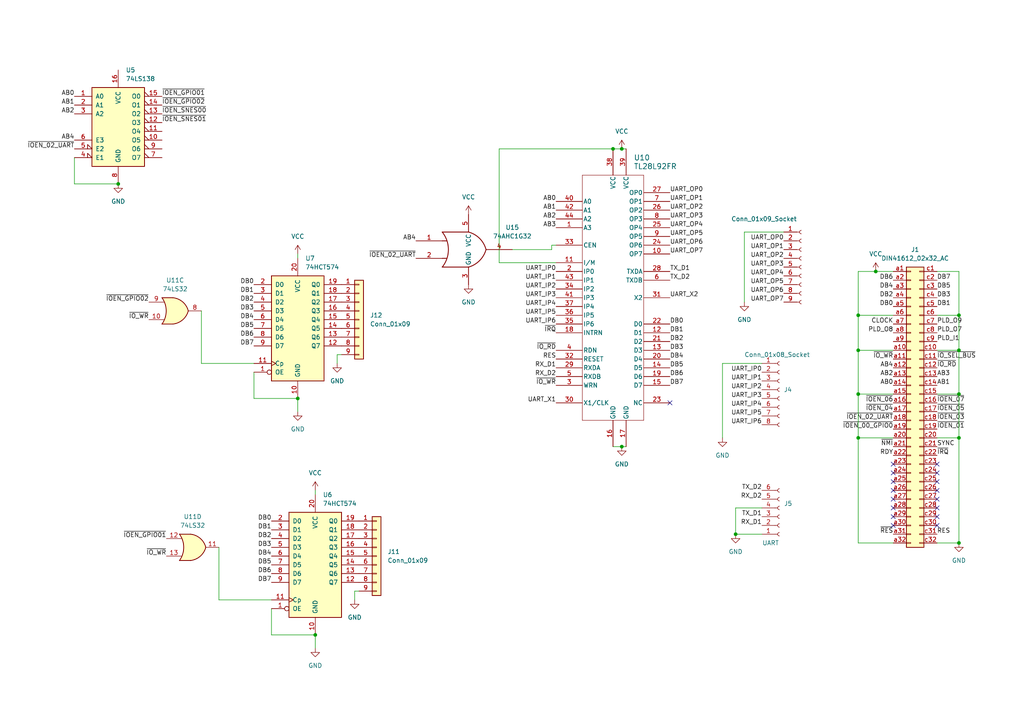
<source format=kicad_sch>
(kicad_sch (version 20250114) (generator "eeschema") (generator_version "9.0")
  (paper "A4")
  (lib_symbols
    (symbol "2024-09-25_17-04-06:TL28L92FR" (pin_names (offset 0.254))
      (property "Reference" "U" (at 29.21 12.7 0))
      (property "Value" "TL28L92FR" (at 30.48 10.16 0))
      (symbol "TL28L92FR_1_1"
        (polyline (pts (xy 7.62 7.62) (xy 7.62 -63.5)) (stroke (width 0.127)))
        (polyline (pts (xy 7.62 -63.5) (xy 25.4 -63.5)) (stroke (width 0.127)))
        (polyline (pts (xy 25.4 7.62) (xy 7.62 7.62)) (stroke (width 0.127)))
        (polyline (pts (xy 25.4 -63.5) (xy 25.4 7.62)) (stroke (width 0.127)))
        (pin input line (at 0 0 0) (length 7.62) (name "A0") (number "40"))
        (pin input line (at 0 -2.54 0) (length 7.62) (name "A1") (number "42"))
        (pin input line (at 0 -5.08 0) (length 7.62) (name "A2") (number "44"))
        (pin input line (at 0 -7.62 0) (length 7.62) (name "A3") (number "1"))
        (pin input line (at 0 -12.7 0) (length 7.62) (name "CEN") (number "33"))
        (pin input line (at 0 -17.78 0) (length 7.62) (name "I/M") (number "11"))
        (pin input line (at 0 -20.32 0) (length 7.62) (name "IP0") (number "2"))
        (pin input line (at 0 -22.86 0) (length 7.62) (name "IP1") (number "43"))
        (pin input line (at 0 -25.4 0) (length 7.62) (name "IP2") (number "34"))
        (pin input line (at 0 -27.94 0) (length 7.62) (name "IP3") (number "41"))
        (pin input line (at 0 -30.48 0) (length 7.62) (name "IP4") (number "37"))
        (pin input line (at 0 -33.02 0) (length 7.62) (name "IP5") (number "36"))
        (pin input line (at 0 -35.56 0) (length 7.62) (name "IP6") (number "35"))
        (pin output line (at 0 -38.1 0) (length 7.62) (name "INTRN") (number "18"))
        (pin input line (at 0 -43.18 0) (length 7.62) (name "RDN") (number "4"))
        (pin input line (at 0 -45.72 0) (length 7.62) (name "RESET") (number "32"))
        (pin input line (at 0 -48.26 0) (length 7.62) (name "RXDA") (number "29"))
        (pin input line (at 0 -50.8 0) (length 7.62) (name "RXDB") (number "5"))
        (pin input line (at 0 -53.34 0) (length 7.62) (name "WRN") (number "3"))
        (pin input line (at 0 -58.42 0) (length 7.62) (name "X1/CLK") (number "30"))
        (pin power_in line (at 16.51 15.24 270) (length 7.62) (name "VCC") (number "38"))
        (pin power_in line (at 16.51 -71.12 90) (length 7.62) (name "GND") (number "16"))
        (pin power_in line (at 20.32 15.24 270) (length 7.62) (name "VCC") (number "39"))
        (pin power_in line (at 20.32 -71.12 90) (length 7.62) (name "GND") (number "17"))
        (pin output line (at 33.02 2.54 180) (length 7.62) (name "OP0") (number "27"))
        (pin output line (at 33.02 0 180) (length 7.62) (name "OP1") (number "7"))
        (pin output line (at 33.02 -2.54 180) (length 7.62) (name "OP2") (number "26"))
        (pin output line (at 33.02 -5.08 180) (length 7.62) (name "OP3") (number "8"))
        (pin output line (at 33.02 -7.62 180) (length 7.62) (name "OP4") (number "25"))
        (pin output line (at 33.02 -10.16 180) (length 7.62) (name "OP5") (number "9"))
        (pin output line (at 33.02 -12.7 180) (length 7.62) (name "OP6") (number "24"))
        (pin output line (at 33.02 -15.24 180) (length 7.62) (name "OP7") (number "10"))
        (pin output line (at 33.02 -20.32 180) (length 7.62) (name "TXDA") (number "28"))
        (pin output line (at 33.02 -22.86 180) (length 7.62) (name "TXDB") (number "6"))
        (pin output line (at 33.02 -27.94 180) (length 7.62) (name "X2") (number "31"))
        (pin bidirectional line (at 33.02 -35.56 180) (length 7.62) (name "D0") (number "22"))
        (pin bidirectional line (at 33.02 -38.1 180) (length 7.62) (name "D1") (number "12"))
        (pin bidirectional line (at 33.02 -40.64 180) (length 7.62) (name "D2") (number "21"))
        (pin bidirectional line (at 33.02 -43.18 180) (length 7.62) (name "D3") (number "13"))
        (pin bidirectional line (at 33.02 -45.72 180) (length 7.62) (name "D4") (number "20"))
        (pin bidirectional line (at 33.02 -48.26 180) (length 7.62) (name "D5") (number "14"))
        (pin bidirectional line (at 33.02 -50.8 180) (length 7.62) (name "D6") (number "19"))
        (pin bidirectional line (at 33.02 -53.34 180) (length 7.62) (name "D7") (number "15"))
        (pin unspecified line (at 33.02 -58.42 180) (length 7.62) (name "NC") (number "23"))
      )
    )
    (symbol "74xGxx:74AHC1G32"
      (property "Reference" "U" (at -2.54 3.81 0))
      (property "Value" "74AHC1G32" (at 0 -3.81 0))
      (symbol "74AHC1G32_0_1"
        (arc (start -7.62 5.08) (mid -5.838 0) (end -7.62 -5.08) (stroke (width 0.254)))
        (polyline (pts (xy -7.62 2.54) (xy -6.35 2.54)) (stroke (width 0.254)) (fill (type background)))
        (polyline (pts (xy -7.62 -2.54) (xy -6.35 -2.54)) (stroke (width 0.254)) (fill (type background)))
        (arc (start 5.08 0) (mid 3.202 -3.202) (end 0 -5.08) (stroke (width 0.254)))
        (arc (start 0 5.08) (mid 3.2271 3.2271) (end 5.08 0) (stroke (width 0.254)))
        (polyline (pts (xy 0 5.08) (xy -7.62 5.08)) (stroke (width 0.254)) (fill (type background)))
        (polyline (pts (xy 0 -5.08) (xy -7.62 -5.08)) (stroke (width 0.254)) (fill (type background)))
      )
      (symbol "74AHC1G32_1_1"
        (pin input line (at -15.24 2.54 0) (length 7.62) (name "~") (number "1"))
        (pin input line (at -15.24 -2.54 0) (length 7.62) (name "~") (number "2"))
        (pin power_in line (at 0 10.16 270) (length 5.08) (name "VCC") (number "5"))
        (pin power_in line (at 0 -10.16 90) (length 5.08) (name "GND") (number "3"))
        (pin output line (at 12.7 0 180) (length 7.62) (name "~") (number "4"))
      )
    )
    (symbol "74xx:74HC595"
      (property "Reference" "U" (at -7.62 13.97 0))
      (property "Value" "74HC595" (at -7.62 -16.51 0))
      (symbol "74HC595_1_0"
        (pin input line (at -10.16 10.16 0) (length 2.54) (name "SER") (number "14"))
        (pin input line (at -10.16 5.08 0) (length 2.54) (name "SRCLK") (number "11"))
        (pin input line (at -10.16 2.54 0) (length 2.54) (name "~{SRCLR}") (number "10"))
        (pin input line (at -10.16 -2.54 0) (length 2.54) (name "RCLK") (number "12"))
        (pin input line (at -10.16 -5.08 0) (length 2.54) (name "~{OE}") (number "13"))
        (pin power_in line (at 0 15.24 270) (length 2.54) (name "VCC") (number "16"))
        (pin power_in line (at 0 -17.78 90) (length 2.54) (name "GND") (number "8"))
        (pin tri_state line (at 10.16 10.16 180) (length 2.54) (name "QA") (number "15"))
        (pin tri_state line (at 10.16 7.62 180) (length 2.54) (name "QB") (number "1"))
        (pin tri_state line (at 10.16 5.08 180) (length 2.54) (name "QC") (number "2"))
        (pin tri_state line (at 10.16 2.54 180) (length 2.54) (name "QD") (number "3"))
        (pin tri_state line (at 10.16 0 180) (length 2.54) (name "QE") (number "4"))
        (pin tri_state line (at 10.16 -2.54 180) (length 2.54) (name "QF") (number "5"))
        (pin tri_state line (at 10.16 -5.08 180) (length 2.54) (name "QG") (number "6"))
        (pin tri_state line (at 10.16 -7.62 180) (length 2.54) (name "QH") (number "7"))
        (pin output line (at 10.16 -12.7 180) (length 2.54) (name "QH'") (number "9"))
      )
      (symbol "74HC595_1_1"
        (rectangle (start -7.62 12.7) (end 7.62 -15.24) (stroke (width 0.254)) (fill (type background)))
      )
    )
    (symbol "74xx:74HCT574" (pin_names (offset 1.016))
      (property "Reference" "U" (at -7.62 16.51 0))
      (property "Value" "74HCT574" (at -7.62 -16.51 0))
      (symbol "74HCT574_1_0"
        (pin input line (at -12.7 12.7 0) (length 5.08) (name "D0") (number "2"))
        (pin input line (at -12.7 10.16 0) (length 5.08) (name "D1") (number "3"))
        (pin input line (at -12.7 7.62 0) (length 5.08) (name "D2") (number "4"))
        (pin input line (at -12.7 5.08 0) (length 5.08) (name "D3") (number "5"))
        (pin input line (at -12.7 2.54 0) (length 5.08) (name "D4") (number "6"))
        (pin input line (at -12.7 0 0) (length 5.08) (name "D5") (number "7"))
        (pin input line (at -12.7 -2.54 0) (length 5.08) (name "D6") (number "8"))
        (pin input line (at -12.7 -5.08 0) (length 5.08) (name "D7") (number "9"))
        (pin input clock (at -12.7 -10.16 0) (length 5.08) (name "Cp") (number "11"))
        (pin input inverted (at -12.7 -12.7 0) (length 5.08) (name "OE") (number "1"))
        (pin power_in line (at 0 20.32 270) (length 5.08) (name "VCC") (number "20"))
        (pin power_in line (at 0 -20.32 90) (length 5.08) (name "GND") (number "10"))
        (pin tri_state line (at 12.7 12.7 180) (length 5.08) (name "Q0") (number "19"))
        (pin tri_state line (at 12.7 10.16 180) (length 5.08) (name "Q1") (number "18"))
        (pin tri_state line (at 12.7 7.62 180) (length 5.08) (name "Q2") (number "17"))
        (pin tri_state line (at 12.7 5.08 180) (length 5.08) (name "Q3") (number "16"))
        (pin tri_state line (at 12.7 2.54 180) (length 5.08) (name "Q4") (number "15"))
        (pin tri_state line (at 12.7 0 180) (length 5.08) (name "Q5") (number "14"))
        (pin tri_state line (at 12.7 -2.54 180) (length 5.08) (name "Q6") (number "13"))
        (pin tri_state line (at 12.7 -5.08 180) (length 5.08) (name "Q7") (number "12"))
      )
      (symbol "74HCT574_1_1"
        (rectangle (start -7.62 15.24) (end 7.62 -15.24) (stroke (width 0.254)) (fill (type background)))
      )
    )
    (symbol "74xx:74LS138" (pin_names (offset 1.016))
      (property "Reference" "U" (at -7.62 11.43 0))
      (property "Value" "74LS138" (at -7.62 -13.97 0))
      (symbol "74LS138_1_0"
        (pin input line (at -12.7 7.62 0) (length 5.08) (name "A0") (number "1"))
        (pin input line (at -12.7 5.08 0) (length 5.08) (name "A1") (number "2"))
        (pin input line (at -12.7 2.54 0) (length 5.08) (name "A2") (number "3"))
        (pin input line (at -12.7 -5.08 0) (length 5.08) (name "E3") (number "6"))
        (pin input input_low (at -12.7 -7.62 0) (length 5.08) (name "E2") (number "5"))
        (pin input input_low (at -12.7 -10.16 0) (length 5.08) (name "E1") (number "4"))
        (pin power_in line (at 0 15.24 270) (length 5.08) (name "VCC") (number "16"))
        (pin power_in line (at 0 -17.78 90) (length 5.08) (name "GND") (number "8"))
        (pin output output_low (at 12.7 7.62 180) (length 5.08) (name "O0") (number "15"))
        (pin output output_low (at 12.7 5.08 180) (length 5.08) (name "O1") (number "14"))
        (pin output output_low (at 12.7 2.54 180) (length 5.08) (name "O2") (number "13"))
        (pin output output_low (at 12.7 0 180) (length 5.08) (name "O3") (number "12"))
        (pin output output_low (at 12.7 -2.54 180) (length 5.08) (name "O4") (number "11"))
        (pin output output_low (at 12.7 -5.08 180) (length 5.08) (name "O5") (number "10"))
        (pin output output_low (at 12.7 -7.62 180) (length 5.08) (name "O6") (number "9"))
        (pin output output_low (at 12.7 -10.16 180) (length 5.08) (name "O7") (number "7"))
      )
      (symbol "74LS138_1_1"
        (rectangle (start -7.62 10.16) (end 7.62 -12.7) (stroke (width 0.254)) (fill (type background)))
      )
    )
    (symbol "74xx:74LS32" (pin_names (offset 1.016))
      (property "Reference" "U" (at 0 1.27 0))
      (property "Value" "74LS32" (at 0 -1.27 0))
      (symbol "74LS32_1_1"
        (arc (start -3.81 3.81) (mid -2.589 0) (end -3.81 -3.81) (stroke (width 0.254)))
        (polyline (pts (xy -3.81 3.81) (xy -0.635 3.81)) (stroke (width 0.254)) (fill (type background)))
        (polyline (pts (xy -3.81 -3.81) (xy -0.635 -3.81)) (stroke (width 0.254)) (fill (type background)))
        (arc (start 3.81 0) (mid 2.1855 -2.584) (end -0.6096 -3.81) (stroke (width 0.254)) (fill (type background)))
        (arc (start -0.6096 3.81) (mid 2.1928 2.5924) (end 3.81 0) (stroke (width 0.254)) (fill (type background)))
        (polyline (pts (xy -0.635 3.81) (xy -3.81 3.81) (xy -3.81 3.81) (xy -3.556 3.4036) (xy -3.0226 2.2606) (xy -2.6924 1.0414) (xy -2.6162 -0.254) (xy -2.7686 -1.4986) (xy -3.175 -2.7178) (xy -3.81 -3.81) (xy -3.81 -3.81) (xy -0.635 -3.81)) (stroke (width -25.4)) (fill (type background)))
        (pin input line (at -7.62 2.54 0) (length 4.318) (name "~") (number "1"))
        (pin input line (at -7.62 -2.54 0) (length 4.318) (name "~") (number "2"))
        (pin output line (at 7.62 0 180) (length 3.81) (name "~") (number "3"))
      )
      (symbol "74LS32_1_2"
        (arc (start 0 3.81) (mid 3.7934 0) (end 0 -3.81) (stroke (width 0.254)) (fill (type background)))
        (polyline (pts (xy 0 3.81) (xy -3.81 3.81) (xy -3.81 -3.81) (xy 0 -3.81)) (stroke (width 0.254)) (fill (type background)))
        (pin input inverted (at -7.62 2.54 0) (length 3.81) (name "~") (number "1"))
        (pin input inverted (at -7.62 -2.54 0) (length 3.81) (name "~") (number "2"))
        (pin output inverted (at 7.62 0 180) (length 3.81) (name "~") (number "3"))
      )
      (symbol "74LS32_2_1"
        (arc (start -3.81 3.81) (mid -2.589 0) (end -3.81 -3.81) (stroke (width 0.254)))
        (polyline (pts (xy -3.81 3.81) (xy -0.635 3.81)) (stroke (width 0.254)) (fill (type background)))
        (polyline (pts (xy -3.81 -3.81) (xy -0.635 -3.81)) (stroke (width 0.254)) (fill (type background)))
        (arc (start 3.81 0) (mid 2.1855 -2.584) (end -0.6096 -3.81) (stroke (width 0.254)) (fill (type background)))
        (arc (start -0.6096 3.81) (mid 2.1928 2.5924) (end 3.81 0) (stroke (width 0.254)) (fill (type background)))
        (polyline (pts (xy -0.635 3.81) (xy -3.81 3.81) (xy -3.81 3.81) (xy -3.556 3.4036) (xy -3.0226 2.2606) (xy -2.6924 1.0414) (xy -2.6162 -0.254) (xy -2.7686 -1.4986) (xy -3.175 -2.7178) (xy -3.81 -3.81) (xy -3.81 -3.81) (xy -0.635 -3.81)) (stroke (width -25.4)) (fill (type background)))
        (pin input line (at -7.62 2.54 0) (length 4.318) (name "~") (number "4"))
        (pin input line (at -7.62 -2.54 0) (length 4.318) (name "~") (number "5"))
        (pin output line (at 7.62 0 180) (length 3.81) (name "~") (number "6"))
      )
      (symbol "74LS32_2_2"
        (arc (start 0 3.81) (mid 3.7934 0) (end 0 -3.81) (stroke (width 0.254)) (fill (type background)))
        (polyline (pts (xy 0 3.81) (xy -3.81 3.81) (xy -3.81 -3.81) (xy 0 -3.81)) (stroke (width 0.254)) (fill (type background)))
        (pin input inverted (at -7.62 2.54 0) (length 3.81) (name "~") (number "4"))
        (pin input inverted (at -7.62 -2.54 0) (length 3.81) (name "~") (number "5"))
        (pin output inverted (at 7.62 0 180) (length 3.81) (name "~") (number "6"))
      )
      (symbol "74LS32_3_1"
        (arc (start -3.81 3.81) (mid -2.589 0) (end -3.81 -3.81) (stroke (width 0.254)))
        (polyline (pts (xy -3.81 3.81) (xy -0.635 3.81)) (stroke (width 0.254)) (fill (type background)))
        (polyline (pts (xy -3.81 -3.81) (xy -0.635 -3.81)) (stroke (width 0.254)) (fill (type background)))
        (arc (start 3.81 0) (mid 2.1855 -2.584) (end -0.6096 -3.81) (stroke (width 0.254)) (fill (type background)))
        (arc (start -0.6096 3.81) (mid 2.1928 2.5924) (end 3.81 0) (stroke (width 0.254)) (fill (type background)))
        (polyline (pts (xy -0.635 3.81) (xy -3.81 3.81) (xy -3.81 3.81) (xy -3.556 3.4036) (xy -3.0226 2.2606) (xy -2.6924 1.0414) (xy -2.6162 -0.254) (xy -2.7686 -1.4986) (xy -3.175 -2.7178) (xy -3.81 -3.81) (xy -3.81 -3.81) (xy -0.635 -3.81)) (stroke (width -25.4)) (fill (type background)))
        (pin input line (at -7.62 2.54 0) (length 4.318) (name "~") (number "9"))
        (pin input line (at -7.62 -2.54 0) (length 4.318) (name "~") (number "10"))
        (pin output line (at 7.62 0 180) (length 3.81) (name "~") (number "8"))
      )
      (symbol "74LS32_3_2"
        (arc (start 0 3.81) (mid 3.7934 0) (end 0 -3.81) (stroke (width 0.254)) (fill (type background)))
        (polyline (pts (xy 0 3.81) (xy -3.81 3.81) (xy -3.81 -3.81) (xy 0 -3.81)) (stroke (width 0.254)) (fill (type background)))
        (pin input inverted (at -7.62 2.54 0) (length 3.81) (name "~") (number "9"))
        (pin input inverted (at -7.62 -2.54 0) (length 3.81) (name "~") (number "10"))
        (pin output inverted (at 7.62 0 180) (length 3.81) (name "~") (number "8"))
      )
      (symbol "74LS32_4_1"
        (arc (start -3.81 3.81) (mid -2.589 0) (end -3.81 -3.81) (stroke (width 0.254)))
        (polyline (pts (xy -3.81 3.81) (xy -0.635 3.81)) (stroke (width 0.254)) (fill (type background)))
        (polyline (pts (xy -3.81 -3.81) (xy -0.635 -3.81)) (stroke (width 0.254)) (fill (type background)))
        (arc (start 3.81 0) (mid 2.1855 -2.584) (end -0.6096 -3.81) (stroke (width 0.254)) (fill (type background)))
        (arc (start -0.6096 3.81) (mid 2.1928 2.5924) (end 3.81 0) (stroke (width 0.254)) (fill (type background)))
        (polyline (pts (xy -0.635 3.81) (xy -3.81 3.81) (xy -3.81 3.81) (xy -3.556 3.4036) (xy -3.0226 2.2606) (xy -2.6924 1.0414) (xy -2.6162 -0.254) (xy -2.7686 -1.4986) (xy -3.175 -2.7178) (xy -3.81 -3.81) (xy -3.81 -3.81) (xy -0.635 -3.81)) (stroke (width -25.4)) (fill (type background)))
        (pin input line (at -7.62 2.54 0) (length 4.318) (name "~") (number "12"))
        (pin input line (at -7.62 -2.54 0) (length 4.318) (name "~") (number "13"))
        (pin output line (at 7.62 0 180) (length 3.81) (name "~") (number "11"))
      )
      (symbol "74LS32_4_2"
        (arc (start 0 3.81) (mid 3.7934 0) (end 0 -3.81) (stroke (width 0.254)) (fill (type background)))
        (polyline (pts (xy 0 3.81) (xy -3.81 3.81) (xy -3.81 -3.81) (xy 0 -3.81)) (stroke (width 0.254)) (fill (type background)))
        (pin input inverted (at -7.62 2.54 0) (length 3.81) (name "~") (number "12"))
        (pin input inverted (at -7.62 -2.54 0) (length 3.81) (name "~") (number "13"))
        (pin output inverted (at 7.62 0 180) (length 3.81) (name "~") (number "11"))
      )
      (symbol "74LS32_5_0"
        (pin power_in line (at 0 12.7 270) (length 5.08) (name "VCC") (number "14"))
        (pin power_in line (at 0 -12.7 90) (length 5.08) (name "GND") (number "7"))
      )
      (symbol "74LS32_5_1"
        (rectangle (start -5.08 7.62) (end 5.08 -7.62) (stroke (width 0.254)) (fill (type background)))
      )
    )
    (symbol "Connector:Conn_01x06_Socket" (pin_names (offset 1.016) (hide yes))
      (property "Reference" "J" (at 0 7.62 0))
      (property "Value" "Conn_01x06_Socket" (at 0 -10.16 0))
      (symbol "Conn_01x06_Socket_1_1"
        (polyline (pts (xy -1.27 5.08) (xy -0.508 5.08)) (stroke (width 0.1524)))
        (polyline (pts (xy -1.27 2.54) (xy -0.508 2.54)) (stroke (width 0.1524)))
        (polyline (pts (xy -1.27 0) (xy -0.508 0)) (stroke (width 0.1524)))
        (polyline (pts (xy -1.27 -2.54) (xy -0.508 -2.54)) (stroke (width 0.1524)))
        (polyline (pts (xy -1.27 -5.08) (xy -0.508 -5.08)) (stroke (width 0.1524)))
        (polyline (pts (xy -1.27 -7.62) (xy -0.508 -7.62)) (stroke (width 0.1524)))
        (arc (start 0 4.572) (mid -0.5058 5.08) (end 0 5.588) (stroke (width 0.1524)))
        (arc (start 0 2.032) (mid -0.5058 2.54) (end 0 3.048) (stroke (width 0.1524)))
        (arc (start 0 -0.508) (mid -0.5058 0) (end 0 0.508) (stroke (width 0.1524)))
        (arc (start 0 -3.048) (mid -0.5058 -2.54) (end 0 -2.032) (stroke (width 0.1524)))
        (arc (start 0 -5.588) (mid -0.5058 -5.08) (end 0 -4.572) (stroke (width 0.1524)))
        (arc (start 0 -8.128) (mid -0.5058 -7.62) (end 0 -7.112) (stroke (width 0.1524)))
        (pin passive line (at -5.08 5.08 0) (length 3.81) (name "Pin_1") (number "1"))
        (pin passive line (at -5.08 2.54 0) (length 3.81) (name "Pin_2") (number "2"))
        (pin passive line (at -5.08 0 0) (length 3.81) (name "Pin_3") (number "3"))
        (pin passive line (at -5.08 -2.54 0) (length 3.81) (name "Pin_4") (number "4"))
        (pin passive line (at -5.08 -5.08 0) (length 3.81) (name "Pin_5") (number "5"))
        (pin passive line (at -5.08 -7.62 0) (length 3.81) (name "Pin_6") (number "6"))
      )
    )
    (symbol "Connector:Conn_01x08_Socket" (pin_names (offset 1.016) (hide yes))
      (property "Reference" "J" (at 0 10.16 0))
      (property "Value" "Conn_01x08_Socket" (at 0 -12.7 0))
      (symbol "Conn_01x08_Socket_1_1"
        (polyline (pts (xy -1.27 7.62) (xy -0.508 7.62)) (stroke (width 0.1524)))
        (polyline (pts (xy -1.27 5.08) (xy -0.508 5.08)) (stroke (width 0.1524)))
        (polyline (pts (xy -1.27 2.54) (xy -0.508 2.54)) (stroke (width 0.1524)))
        (polyline (pts (xy -1.27 0) (xy -0.508 0)) (stroke (width 0.1524)))
        (polyline (pts (xy -1.27 -2.54) (xy -0.508 -2.54)) (stroke (width 0.1524)))
        (polyline (pts (xy -1.27 -5.08) (xy -0.508 -5.08)) (stroke (width 0.1524)))
        (polyline (pts (xy -1.27 -7.62) (xy -0.508 -7.62)) (stroke (width 0.1524)))
        (polyline (pts (xy -1.27 -10.16) (xy -0.508 -10.16)) (stroke (width 0.1524)))
        (arc (start 0 7.112) (mid -0.5058 7.62) (end 0 8.128) (stroke (width 0.1524)))
        (arc (start 0 4.572) (mid -0.5058 5.08) (end 0 5.588) (stroke (width 0.1524)))
        (arc (start 0 2.032) (mid -0.5058 2.54) (end 0 3.048) (stroke (width 0.1524)))
        (arc (start 0 -0.508) (mid -0.5058 0) (end 0 0.508) (stroke (width 0.1524)))
        (arc (start 0 -3.048) (mid -0.5058 -2.54) (end 0 -2.032) (stroke (width 0.1524)))
        (arc (start 0 -5.588) (mid -0.5058 -5.08) (end 0 -4.572) (stroke (width 0.1524)))
        (arc (start 0 -8.128) (mid -0.5058 -7.62) (end 0 -7.112) (stroke (width 0.1524)))
        (arc (start 0 -10.668) (mid -0.5058 -10.16) (end 0 -9.652) (stroke (width 0.1524)))
        (pin passive line (at -5.08 7.62 0) (length 3.81) (name "Pin_1") (number "1"))
        (pin passive line (at -5.08 5.08 0) (length 3.81) (name "Pin_2") (number "2"))
        (pin passive line (at -5.08 2.54 0) (length 3.81) (name "Pin_3") (number "3"))
        (pin passive line (at -5.08 0 0) (length 3.81) (name "Pin_4") (number "4"))
        (pin passive line (at -5.08 -2.54 0) (length 3.81) (name "Pin_5") (number "5"))
        (pin passive line (at -5.08 -5.08 0) (length 3.81) (name "Pin_6") (number "6"))
        (pin passive line (at -5.08 -7.62 0) (length 3.81) (name "Pin_7") (number "7"))
        (pin passive line (at -5.08 -10.16 0) (length 3.81) (name "Pin_8") (number "8"))
      )
    )
    (symbol "Connector:Conn_01x09_Socket" (pin_names (offset 1.016) (hide yes))
      (property "Reference" "J" (at 0 12.7 0))
      (property "Value" "Conn_01x09_Socket" (at 0 -12.7 0))
      (symbol "Conn_01x09_Socket_1_1"
        (polyline (pts (xy -1.27 10.16) (xy -0.508 10.16)) (stroke (width 0.1524)))
        (polyline (pts (xy -1.27 7.62) (xy -0.508 7.62)) (stroke (width 0.1524)))
        (polyline (pts (xy -1.27 5.08) (xy -0.508 5.08)) (stroke (width 0.1524)))
        (polyline (pts (xy -1.27 2.54) (xy -0.508 2.54)) (stroke (width 0.1524)))
        (polyline (pts (xy -1.27 0) (xy -0.508 0)) (stroke (width 0.1524)))
        (polyline (pts (xy -1.27 -2.54) (xy -0.508 -2.54)) (stroke (width 0.1524)))
        (polyline (pts (xy -1.27 -5.08) (xy -0.508 -5.08)) (stroke (width 0.1524)))
        (polyline (pts (xy -1.27 -7.62) (xy -0.508 -7.62)) (stroke (width 0.1524)))
        (polyline (pts (xy -1.27 -10.16) (xy -0.508 -10.16)) (stroke (width 0.1524)))
        (arc (start 0 9.652) (mid -0.5058 10.16) (end 0 10.668) (stroke (width 0.1524)))
        (arc (start 0 7.112) (mid -0.5058 7.62) (end 0 8.128) (stroke (width 0.1524)))
        (arc (start 0 4.572) (mid -0.5058 5.08) (end 0 5.588) (stroke (width 0.1524)))
        (arc (start 0 2.032) (mid -0.5058 2.54) (end 0 3.048) (stroke (width 0.1524)))
        (arc (start 0 -0.508) (mid -0.5058 0) (end 0 0.508) (stroke (width 0.1524)))
        (arc (start 0 -3.048) (mid -0.5058 -2.54) (end 0 -2.032) (stroke (width 0.1524)))
        (arc (start 0 -5.588) (mid -0.5058 -5.08) (end 0 -4.572) (stroke (width 0.1524)))
        (arc (start 0 -8.128) (mid -0.5058 -7.62) (end 0 -7.112) (stroke (width 0.1524)))
        (arc (start 0 -10.668) (mid -0.5058 -10.16) (end 0 -9.652) (stroke (width 0.1524)))
        (pin passive line (at -5.08 10.16 0) (length 3.81) (name "Pin_1") (number "1"))
        (pin passive line (at -5.08 7.62 0) (length 3.81) (name "Pin_2") (number "2"))
        (pin passive line (at -5.08 5.08 0) (length 3.81) (name "Pin_3") (number "3"))
        (pin passive line (at -5.08 2.54 0) (length 3.81) (name "Pin_4") (number "4"))
        (pin passive line (at -5.08 0 0) (length 3.81) (name "Pin_5") (number "5"))
        (pin passive line (at -5.08 -2.54 0) (length 3.81) (name "Pin_6") (number "6"))
        (pin passive line (at -5.08 -5.08 0) (length 3.81) (name "Pin_7") (number "7"))
        (pin passive line (at -5.08 -7.62 0) (length 3.81) (name "Pin_8") (number "8"))
        (pin passive line (at -5.08 -10.16 0) (length 3.81) (name "Pin_9") (number "9"))
      )
    )
    (symbol "Connector:DIN41612_02x32_AC" (pin_names (offset 1.016) (hide yes))
      (property "Reference" "J" (at 1.27 40.64 0))
      (property "Value" "DIN41612_02x32_AC" (at 1.27 -43.18 0))
      (symbol "DIN41612_02x32_AC_1_1"
        (rectangle (start -1.27 39.37) (end 3.81 -41.91) (stroke (width 0.254)) (fill (type background)))
        (rectangle (start -1.27 38.227) (end 0 37.973) (stroke (width 0.1524)))
        (rectangle (start -1.27 35.687) (end 0 35.433) (stroke (width 0.1524)))
        (rectangle (start -1.27 33.147) (end 0 32.893) (stroke (width 0.1524)))
        (rectangle (start -1.27 30.607) (end 0 30.353) (stroke (width 0.1524)))
        (rectangle (start -1.27 28.067) (end 0 27.813) (stroke (width 0.1524)))
        (rectangle (start -1.27 25.527) (end 0 25.273) (stroke (width 0.1524)))
        (rectangle (start -1.27 22.987) (end 0 22.733) (stroke (width 0.1524)))
        (rectangle (start -1.27 20.447) (end 0 20.193) (stroke (width 0.1524)))
        (rectangle (start -1.27 17.907) (end 0 17.653) (stroke (width 0.1524)))
        (rectangle (start -1.27 15.367) (end 0 15.113) (stroke (width 0.1524)))
        (rectangle (start -1.27 12.827) (end 0 12.573) (stroke (width 0.1524)))
        (rectangle (start -1.27 10.287) (end 0 10.033) (stroke (width 0.1524)))
        (rectangle (start -1.27 7.747) (end 0 7.493) (stroke (width 0.1524)))
        (rectangle (start -1.27 5.207) (end 0 4.953) (stroke (width 0.1524)))
        (rectangle (start -1.27 2.667) (end 0 2.413) (stroke (width 0.1524)))
        (rectangle (start -1.27 0.127) (end 0 -0.127) (stroke (width 0.1524)))
        (rectangle (start -1.27 -2.413) (end 0 -2.667) (stroke (width 0.1524)))
        (rectangle (start -1.27 -4.953) (end 0 -5.207) (stroke (width 0.1524)))
        (rectangle (start -1.27 -7.493) (end 0 -7.747) (stroke (width 0.1524)))
        (rectangle (start -1.27 -10.033) (end 0 -10.287) (stroke (width 0.1524)))
        (rectangle (start -1.27 -12.573) (end 0 -12.827) (stroke (width 0.1524)))
        (rectangle (start -1.27 -15.113) (end 0 -15.367) (stroke (width 0.1524)))
        (rectangle (start -1.27 -17.653) (end 0 -17.907) (stroke (width 0.1524)))
        (rectangle (start -1.27 -20.193) (end 0 -20.447) (stroke (width 0.1524)))
        (rectangle (start -1.27 -22.733) (end 0 -22.987) (stroke (width 0.1524)))
        (rectangle (start -1.27 -25.273) (end 0 -25.527) (stroke (width 0.1524)))
        (rectangle (start -1.27 -27.813) (end 0 -28.067) (stroke (width 0.1524)))
        (rectangle (start -1.27 -30.353) (end 0 -30.607) (stroke (width 0.1524)))
        (rectangle (start -1.27 -32.893) (end 0 -33.147) (stroke (width 0.1524)))
        (rectangle (start -1.27 -35.433) (end 0 -35.687) (stroke (width 0.1524)))
        (rectangle (start -1.27 -37.973) (end 0 -38.227) (stroke (width 0.1524)))
        (rectangle (start -1.27 -40.513) (end 0 -40.767) (stroke (width 0.1524)))
        (rectangle (start 3.81 38.227) (end 2.54 37.973) (stroke (width 0.1524)))
        (rectangle (start 3.81 35.687) (end 2.54 35.433) (stroke (width 0.1524)))
        (rectangle (start 3.81 33.147) (end 2.54 32.893) (stroke (width 0.1524)))
        (rectangle (start 3.81 30.607) (end 2.54 30.353) (stroke (width 0.1524)))
        (rectangle (start 3.81 28.067) (end 2.54 27.813) (stroke (width 0.1524)))
        (rectangle (start 3.81 25.527) (end 2.54 25.273) (stroke (width 0.1524)))
        (rectangle (start 3.81 22.987) (end 2.54 22.733) (stroke (width 0.1524)))
        (rectangle (start 3.81 20.447) (end 2.54 20.193) (stroke (width 0.1524)))
        (rectangle (start 3.81 17.907) (end 2.54 17.653) (stroke (width 0.1524)))
        (rectangle (start 3.81 15.367) (end 2.54 15.113) (stroke (width 0.1524)))
        (rectangle (start 3.81 12.827) (end 2.54 12.573) (stroke (width 0.1524)))
        (rectangle (start 3.81 10.287) (end 2.54 10.033) (stroke (width 0.1524)))
        (rectangle (start 3.81 7.747) (end 2.54 7.493) (stroke (width 0.1524)))
        (rectangle (start 3.81 5.207) (end 2.54 4.953) (stroke (width 0.1524)))
        (rectangle (start 3.81 2.667) (end 2.54 2.413) (stroke (width 0.1524)))
        (rectangle (start 3.81 0.127) (end 2.54 -0.127) (stroke (width 0.1524)))
        (rectangle (start 3.81 -2.413) (end 2.54 -2.667) (stroke (width 0.1524)))
        (rectangle (start 3.81 -4.953) (end 2.54 -5.207) (stroke (width 0.1524)))
        (rectangle (start 3.81 -7.493) (end 2.54 -7.747) (stroke (width 0.1524)))
        (rectangle (start 3.81 -10.033) (end 2.54 -10.287) (stroke (width 0.1524)))
        (rectangle (start 3.81 -12.573) (end 2.54 -12.827) (stroke (width 0.1524)))
        (rectangle (start 3.81 -15.113) (end 2.54 -15.367) (stroke (width 0.1524)))
        (rectangle (start 3.81 -17.653) (end 2.54 -17.907) (stroke (width 0.1524)))
        (rectangle (start 3.81 -20.193) (end 2.54 -20.447) (stroke (width 0.1524)))
        (rectangle (start 3.81 -22.733) (end 2.54 -22.987) (stroke (width 0.1524)))
        (rectangle (start 3.81 -25.273) (end 2.54 -25.527) (stroke (width 0.1524)))
        (rectangle (start 3.81 -27.813) (end 2.54 -28.067) (stroke (width 0.1524)))
        (rectangle (start 3.81 -30.353) (end 2.54 -30.607) (stroke (width 0.1524)))
        (rectangle (start 3.81 -32.893) (end 2.54 -33.147) (stroke (width 0.1524)))
        (rectangle (start 3.81 -35.433) (end 2.54 -35.687) (stroke (width 0.1524)))
        (rectangle (start 3.81 -37.973) (end 2.54 -38.227) (stroke (width 0.1524)))
        (rectangle (start 3.81 -40.513) (end 2.54 -40.767) (stroke (width 0.1524)))
        (pin passive line (at -5.08 38.1 0) (length 3.81) (name "Pin_a1") (number "a1"))
        (pin passive line (at -5.08 35.56 0) (length 3.81) (name "Pin_a2") (number "a2"))
        (pin passive line (at -5.08 33.02 0) (length 3.81) (name "Pin_a3") (number "a3"))
        (pin passive line (at -5.08 30.48 0) (length 3.81) (name "Pin_a4") (number "a4"))
        (pin passive line (at -5.08 27.94 0) (length 3.81) (name "Pin_a5") (number "a5"))
        (pin passive line (at -5.08 25.4 0) (length 3.81) (name "Pin_a6") (number "a6"))
        (pin passive line (at -5.08 22.86 0) (length 3.81) (name "Pin_a7") (number "a7"))
        (pin passive line (at -5.08 20.32 0) (length 3.81) (name "Pin_a8") (number "a8"))
        (pin passive line (at -5.08 17.78 0) (length 3.81) (name "Pin_a9") (number "a9"))
        (pin passive line (at -5.08 15.24 0) (length 3.81) (name "Pin_a10") (number "a10"))
        (pin passive line (at -5.08 12.7 0) (length 3.81) (name "Pin_a11") (number "a11"))
        (pin passive line (at -5.08 10.16 0) (length 3.81) (name "Pin_a12") (number "a12"))
        (pin passive line (at -5.08 7.62 0) (length 3.81) (name "Pin_a13") (number "a13"))
        (pin passive line (at -5.08 5.08 0) (length 3.81) (name "Pin_a14") (number "a14"))
        (pin passive line (at -5.08 2.54 0) (length 3.81) (name "Pin_a15") (number "a15"))
        (pin passive line (at -5.08 0 0) (length 3.81) (name "Pin_a16") (number "a16"))
        (pin passive line (at -5.08 -2.54 0) (length 3.81) (name "Pin_a17") (number "a17"))
        (pin passive line (at -5.08 -5.08 0) (length 3.81) (name "Pin_a18") (number "a18"))
        (pin passive line (at -5.08 -7.62 0) (length 3.81) (name "Pin_a19") (number "a19"))
        (pin passive line (at -5.08 -10.16 0) (length 3.81) (name "Pin_a20") (number "a20"))
        (pin passive line (at -5.08 -12.7 0) (length 3.81) (name "Pin_a21") (number "a21"))
        (pin passive line (at -5.08 -15.24 0) (length 3.81) (name "Pin_a22") (number "a22"))
        (pin passive line (at -5.08 -17.78 0) (length 3.81) (name "Pin_a23") (number "a23"))
        (pin passive line (at -5.08 -20.32 0) (length 3.81) (name "Pin_a24") (number "a24"))
        (pin passive line (at -5.08 -22.86 0) (length 3.81) (name "Pin_a25") (number "a25"))
        (pin passive line (at -5.08 -25.4 0) (length 3.81) (name "Pin_a26") (number "a26"))
        (pin passive line (at -5.08 -27.94 0) (length 3.81) (name "Pin_a27") (number "a27"))
        (pin passive line (at -5.08 -30.48 0) (length 3.81) (name "Pin_a28") (number "a28"))
        (pin passive line (at -5.08 -33.02 0) (length 3.81) (name "Pin_a29") (number "a29"))
        (pin passive line (at -5.08 -35.56 0) (length 3.81) (name "Pin_a30") (number "a30"))
        (pin passive line (at -5.08 -38.1 0) (length 3.81) (name "Pin_a31") (number "a31"))
        (pin passive line (at -5.08 -40.64 0) (length 3.81) (name "Pin_a32") (number "a32"))
        (pin passive line (at 7.62 38.1 180) (length 3.81) (name "Pin_c1") (number "c1"))
        (pin passive line (at 7.62 35.56 180) (length 3.81) (name "Pin_c2") (number "c2"))
        (pin passive line (at 7.62 33.02 180) (length 3.81) (name "Pin_c3") (number "c3"))
        (pin passive line (at 7.62 30.48 180) (length 3.81) (name "Pin_c4") (number "c4"))
        (pin passive line (at 7.62 27.94 180) (length 3.81) (name "Pin_c5") (number "c5"))
        (pin passive line (at 7.62 25.4 180) (length 3.81) (name "Pin_c6") (number "c6"))
        (pin passive line (at 7.62 22.86 180) (length 3.81) (name "Pin_c7") (number "c7"))
        (pin passive line (at 7.62 20.32 180) (length 3.81) (name "Pin_c8") (number "c8"))
        (pin passive line (at 7.62 17.78 180) (length 3.81) (name "Pin_c9") (number "c9"))
        (pin passive line (at 7.62 15.24 180) (length 3.81) (name "Pin_c10") (number "c10"))
        (pin passive line (at 7.62 12.7 180) (length 3.81) (name "Pin_c11") (number "c11"))
        (pin passive line (at 7.62 10.16 180) (length 3.81) (name "Pin_c12") (number "c12"))
        (pin passive line (at 7.62 7.62 180) (length 3.81) (name "Pin_c13") (number "c13"))
        (pin passive line (at 7.62 5.08 180) (length 3.81) (name "Pin_c14") (number "c14"))
        (pin passive line (at 7.62 2.54 180) (length 3.81) (name "Pin_c15") (number "c15"))
        (pin passive line (at 7.62 0 180) (length 3.81) (name "Pin_c16") (number "c16"))
        (pin passive line (at 7.62 -2.54 180) (length 3.81) (name "Pin_c17") (number "c17"))
        (pin passive line (at 7.62 -5.08 180) (length 3.81) (name "Pin_c18") (number "c18"))
        (pin passive line (at 7.62 -7.62 180) (length 3.81) (name "Pin_c19") (number "c19"))
        (pin passive line (at 7.62 -10.16 180) (length 3.81) (name "Pin_c20") (number "c20"))
        (pin passive line (at 7.62 -12.7 180) (length 3.81) (name "Pin_c21") (number "c21"))
        (pin passive line (at 7.62 -15.24 180) (length 3.81) (name "Pin_c22") (number "c22"))
        (pin passive line (at 7.62 -17.78 180) (length 3.81) (name "Pin_c23") (number "c23"))
        (pin passive line (at 7.62 -20.32 180) (length 3.81) (name "Pin_c24") (number "c24"))
        (pin passive line (at 7.62 -22.86 180) (length 3.81) (name "Pin_c25") (number "c25"))
        (pin passive line (at 7.62 -25.4 180) (length 3.81) (name "Pin_c26") (number "c26"))
        (pin passive line (at 7.62 -27.94 180) (length 3.81) (name "Pin_c27") (number "c27"))
        (pin passive line (at 7.62 -30.48 180) (length 3.81) (name "Pin_c28") (number "c28"))
        (pin passive line (at 7.62 -33.02 180) (length 3.81) (name "Pin_c29") (number "c29"))
        (pin passive line (at 7.62 -35.56 180) (length 3.81) (name "Pin_c30") (number "c30"))
        (pin passive line (at 7.62 -38.1 180) (length 3.81) (name "Pin_c31") (number "c31"))
        (pin passive line (at 7.62 -40.64 180) (length 3.81) (name "Pin_c32") (number "c32"))
      )
    )
    (symbol "Connector_Generic:Conn_01x09" (pin_names (offset 1.016) (hide yes))
      (property "Reference" "J" (at 0 12.7 0))
      (property "Value" "Conn_01x09" (at 0 -12.7 0))
      (symbol "Conn_01x09_1_1"
        (rectangle (start -1.27 11.43) (end 1.27 -11.43) (stroke (width 0.254)) (fill (type background)))
        (rectangle (start -1.27 10.287) (end 0 10.033) (stroke (width 0.1524)))
        (rectangle (start -1.27 7.747) (end 0 7.493) (stroke (width 0.1524)))
        (rectangle (start -1.27 5.207) (end 0 4.953) (stroke (width 0.1524)))
        (rectangle (start -1.27 2.667) (end 0 2.413) (stroke (width 0.1524)))
        (rectangle (start -1.27 0.127) (end 0 -0.127) (stroke (width 0.1524)))
        (rectangle (start -1.27 -2.413) (end 0 -2.667) (stroke (width 0.1524)))
        (rectangle (start -1.27 -4.953) (end 0 -5.207) (stroke (width 0.1524)))
        (rectangle (start -1.27 -7.493) (end 0 -7.747) (stroke (width 0.1524)))
        (rectangle (start -1.27 -10.033) (end 0 -10.287) (stroke (width 0.1524)))
        (pin passive line (at -5.08 10.16 0) (length 3.81) (name "Pin_1") (number "1"))
        (pin passive line (at -5.08 7.62 0) (length 3.81) (name "Pin_2") (number "2"))
        (pin passive line (at -5.08 5.08 0) (length 3.81) (name "Pin_3") (number "3"))
        (pin passive line (at -5.08 2.54 0) (length 3.81) (name "Pin_4") (number "4"))
        (pin passive line (at -5.08 0 0) (length 3.81) (name "Pin_5") (number "5"))
        (pin passive line (at -5.08 -2.54 0) (length 3.81) (name "Pin_6") (number "6"))
        (pin passive line (at -5.08 -5.08 0) (length 3.81) (name "Pin_7") (number "7"))
        (pin passive line (at -5.08 -7.62 0) (length 3.81) (name "Pin_8") (number "8"))
        (pin passive line (at -5.08 -10.16 0) (length 3.81) (name "Pin_9") (number "9"))
      )
    )
    (symbol "power:GND" (power) (pin_names (offset 0))
      (property "Value" "GND" (at 0 -3.81 0))
      (symbol "GND_0_1"
        (polyline (pts (xy 0 0) (xy 0 -1.27) (xy 1.27 -1.27) (xy 0 -2.54) (xy -1.27 -1.27) (xy 0 -1.27)))
      )
      (symbol "GND_1_1"
        (pin power_in line (at 0 0 270) (length 0) (hide yes) (name "GND") (number "1"))
      )
    )
    (symbol "power:VCC" (power) (pin_names (offset 0))
      (property "Value" "VCC" (at 0 3.81 0))
      (symbol "VCC_0_1"
        (polyline (pts (xy -0.762 1.27) (xy 0 2.54)))
        (polyline (pts (xy 0 2.54) (xy 0.762 1.27)))
        (polyline (pts (xy 0 0) (xy 0 2.54)))
      )
      (symbol "VCC_1_1"
        (pin power_in line (at 0 0 90) (length 0) (hide yes) (name "VCC") (number "1"))
      )
    )
  )
  (junction (at 248.92 101.6))
  (junction (at 177.8 43.18))
  (junction (at 248.92 91.44))
  (junction (at 91.44 184.15))
  (junction (at 34.29 53.34))
  (junction (at 180.34 43.18))
  (junction (at 254 78.74))
  (junction (at 213.36 154.94))
  (junction (at 278.13 127))
  (junction (at 248.92 127))
  (junction (at 180.34 129.54))
  (junction (at 278.13 114.3))
  (junction (at 86.36 115.57))
  (junction (at 278.13 157.48))
  (junction (at 278.13 91.44))
  (junction (at 278.13 101.6))
  (junction (at 248.92 114.3))
  (no_connect (at 271.78 137.16))
  (no_connect (at 271.78 144.78))
  (no_connect (at 259.08 134.62))
  (no_connect (at 259.08 152.4))
  (no_connect (at 259.08 137.16))
  (no_connect (at 271.78 134.62))
  (no_connect (at 271.78 149.86))
  (no_connect (at 259.08 147.32))
  (no_connect (at 194.31 116.84))
  (no_connect (at 271.78 152.4))
  (no_connect (at 271.78 147.32))
  (no_connect (at 259.08 149.86))
  (no_connect (at 259.08 139.7))
  (no_connect (at 271.78 142.24))
  (no_connect (at 259.08 142.24))
  (no_connect (at 271.78 139.7))
  (no_connect (at 259.08 144.78))
  (wire (pts (xy 248.92 127) (xy 259.08 127)))
  (wire (pts (xy 63.5 158.75) (xy 63.5 173.99)))
  (wire (pts (xy 180.34 129.54) (xy 181.61 129.54)))
  (wire (pts (xy 271.78 127) (xy 278.13 127)))
  (wire (pts (xy 213.36 147.32) (xy 213.36 154.94)))
  (wire (pts (xy 213.36 154.94) (xy 220.98 154.94)))
  (wire (pts (xy 278.13 127) (xy 278.13 157.48)))
  (wire (pts (xy 248.92 101.6) (xy 248.92 114.3)))
  (wire (pts (xy 278.13 78.74) (xy 278.13 91.44)))
  (wire (pts (xy 97.79 105.41) (xy 97.79 102.87)))
  (wire (pts (xy 58.42 90.17) (xy 58.42 105.41)))
  (wire (pts (xy 177.8 43.18) (xy 180.34 43.18)))
  (wire (pts (xy 248.92 91.44) (xy 248.92 101.6)))
  (wire (pts (xy 86.36 73.66) (xy 86.36 74.93)))
  (wire (pts (xy 248.92 78.74) (xy 248.92 91.44)))
  (wire (pts (xy 248.92 114.3) (xy 259.08 114.3)))
  (wire (pts (xy 271.78 114.3) (xy 278.13 114.3)))
  (wire (pts (xy 160.02 72.39) (xy 160.02 71.12)))
  (wire (pts (xy 259.08 157.48) (xy 248.92 157.48)))
  (wire (pts (xy 278.13 157.48) (xy 271.78 157.48)))
  (wire (pts (xy 161.29 71.12) (xy 160.02 71.12)))
  (wire (pts (xy 248.92 114.3) (xy 248.92 127)))
  (wire (pts (xy 248.92 101.6) (xy 259.08 101.6)))
  (wire (pts (xy 91.44 184.15) (xy 91.44 187.96)))
  (wire (pts (xy 63.5 173.99) (xy 78.74 173.99)))
  (wire (pts (xy 144.78 43.18) (xy 177.8 43.18)))
  (wire (pts (xy 73.66 107.95) (xy 73.66 115.57)))
  (wire (pts (xy 180.34 43.18) (xy 181.61 43.18)))
  (wire (pts (xy 248.92 91.44) (xy 259.08 91.44)))
  (wire (pts (xy 278.13 91.44) (xy 278.13 101.6)))
  (wire (pts (xy 102.87 173.99) (xy 102.87 171.45)))
  (wire (pts (xy 220.98 147.32) (xy 213.36 147.32)))
  (wire (pts (xy 161.29 76.2) (xy 144.78 76.2)))
  (wire (pts (xy 278.13 101.6) (xy 278.13 114.3)))
  (wire (pts (xy 91.44 142.24) (xy 91.44 143.51)))
  (wire (pts (xy 78.74 176.53) (xy 78.74 184.15)))
  (wire (pts (xy 248.92 78.74) (xy 254 78.74)))
  (wire (pts (xy 21.59 45.72) (xy 21.59 53.34)))
  (wire (pts (xy 21.59 53.34) (xy 34.29 53.34)))
  (wire (pts (xy 177.8 129.54) (xy 180.34 129.54)))
  (wire (pts (xy 254 78.74) (xy 259.08 78.74)))
  (wire (pts (xy 97.79 102.87) (xy 99.06 102.87)))
  (wire (pts (xy 73.66 115.57) (xy 86.36 115.57)))
  (wire (pts (xy 78.74 184.15) (xy 91.44 184.15)))
  (wire (pts (xy 86.36 115.57) (xy 86.36 119.38)))
  (wire (pts (xy 215.9 67.31) (xy 227.33 67.31)))
  (wire (pts (xy 148.59 72.39) (xy 160.02 72.39)))
  (wire (pts (xy 209.55 105.41) (xy 220.98 105.41)))
  (wire (pts (xy 271.78 78.74) (xy 278.13 78.74)))
  (wire (pts (xy 144.78 76.2) (xy 144.78 43.18)))
  (wire (pts (xy 102.87 171.45) (xy 104.14 171.45)))
  (wire (pts (xy 209.55 127) (xy 209.55 105.41)))
  (wire (pts (xy 271.78 91.44) (xy 278.13 91.44)))
  (wire (pts (xy 58.42 105.41) (xy 73.66 105.41)))
  (wire (pts (xy 271.78 101.6) (xy 278.13 101.6)))
  (wire (pts (xy 278.13 114.3) (xy 278.13 127)))
  (wire (pts (xy 248.92 127) (xy 248.92 157.48)))
  (wire (pts (xy 215.9 87.63) (xy 215.9 67.31)))
  (label "UART_IP5" (at 161.29 91.44 180))
  (label "UART_OP0" (at 227.33 69.85 180))
  (label "AB1" (at 21.59 30.48 180))
  (label "DB3" (at 73.66 90.17 180))
  (label "~{IOEN_SNES00}" (at 64.77 -20.32 180))
  (label "RDY" (at 259.08 132.08 180))
  (label "~{IOEN_02_UART}" (at 21.59 43.18 180))
  (label "~{IOEN_06}" (at 259.08 116.84 180))
  (label "UART_OP1" (at 194.31 58.42 0))
  (label "DB5" (at 78.74 163.83 180))
  (label "DB7" (at 176.53 -15.24 0))
  (label "~{IO_SEL_BUS}" (at 271.78 104.14 0))
  (label "UART_OP2" (at 227.33 74.93 180))
  (label "DB2" (at 176.53 -27.94 0))
  (label "DB1" (at 78.74 153.67 180))
  (label "DB1" (at 176.53 -30.48 0))
  (label "~{IO_WR}" (at 43.18 92.71 180))
  (label "DB7" (at 271.78 81.28 0))
  (label "DB3" (at 271.78 86.36 0))
  (label "DB4" (at 73.66 92.71 180))
  (label "DB1" (at 194.31 96.52 0))
  (label "~{IOEN_SNES01}" (at 46.99 35.56 0))
  (label "DB2" (at 78.74 156.21 180))
  (label "~{IOEN_02_UART}" (at 259.08 121.92 180))
  (label "~{IOEN_GPIO02}" (at 46.99 30.48 0))
  (label "DB4" (at 194.31 104.14 0))
  (label "AB1" (at 271.78 111.76 0))
  (label "UART_IP2" (at 161.29 83.82 180))
  (label "AB0" (at 259.08 111.76 180))
  (label "~{IRQ}" (at 161.29 96.52 180))
  (label "RX_D2" (at 161.29 109.22 180))
  (label "~{IOEN_05}" (at 271.78 119.38 0))
  (label "UART_IP4" (at 161.29 88.9 180))
  (label "~{IOEN_01}" (at 271.78 124.46 0))
  (label "AB4" (at 21.59 40.64 180))
  (label "~{IOEN_03}" (at 271.78 121.92 0))
  (label "~{IOEN_GPIO02}" (at 43.18 87.63 180))
  (label "UART_IP6" (at 161.29 93.98 180))
  (label "AB2" (at 21.59 33.02 180))
  (label "RES" (at 161.29 104.14 180))
  (label "DB1" (at 271.78 88.9 0))
  (label "DB2" (at 73.66 87.63 180))
  (label "DB5" (at 176.53 -20.32 0))
  (label "CLOCK" (at 259.08 93.98 180))
  (label "UART_IP0" (at 161.29 78.74 180))
  (label "~{NMI}" (at 259.08 129.54 180))
  (label "DB3" (at 78.74 158.75 180))
  (label "RX_D1" (at 220.98 152.4 180))
  (label "~{IO_WR}" (at 161.29 111.76 180))
  (label "AB4" (at 120.65 69.85 180))
  (label "~{IO_RD}" (at 64.77 -15.24 180))
  (label "AB2" (at 259.08 109.22 180))
  (label "DB2" (at 259.08 86.36 180))
  (label "UART_IP6" (at 220.98 123.19 180))
  (label "UART_OP5" (at 227.33 82.55 180))
  (label "DB2" (at 100.33 -27.94 0))
  (label "~{IO_WR}" (at 259.08 104.14 180))
  (label "~{IO_RD}" (at 271.78 106.68 0))
  (label "DB4" (at 176.53 -22.86 0))
  (label "DB3" (at 176.53 -25.4 0))
  (label "~{IO_RD}" (at 140.97 -20.32 180))
  (label "~{IOEN_07}" (at 271.78 116.84 0))
  (label "TX_D1" (at 194.31 78.74 0))
  (label "RES" (at 271.78 154.94 0))
  (label "DB1" (at 100.33 -30.48 0))
  (label "DB6" (at 73.66 97.79 180))
  (label "RX_D2" (at 220.98 144.78 180))
  (label "DB3" (at 100.33 -25.4 0))
  (label "~{IOEN_SNES01}" (at 140.97 -15.24 180))
  (label "UART_OP6" (at 227.33 85.09 180))
  (label "~{IOEN_04}" (at 259.08 119.38 180))
  (label "DB6" (at 259.08 81.28 180))
  (label "UART_X1" (at 161.29 116.84 180))
  (label "AB4" (at 259.08 106.68 180))
  (label "PLD_O9" (at 271.78 93.98 0))
  (label "PLD_O7" (at 271.78 96.52 0))
  (label "UART_OP2" (at 194.31 60.96 0))
  (label "DB4" (at 78.74 161.29 180))
  (label "UART_OP6" (at 194.31 71.12 0))
  (label "AB3" (at 161.29 66.04 180))
  (label "~{IRQ}" (at 271.78 132.08 0))
  (label "PLD_I1" (at 271.78 99.06 0))
  (label "DB5" (at 73.66 95.25 180))
  (label "SYNC" (at 271.78 129.54 0))
  (label "~{IO_RD}" (at 161.29 101.6 180))
  (label "DB5" (at 194.31 106.68 0))
  (label "DB4" (at 259.08 83.82 180))
  (label "UART_IP3" (at 161.29 86.36 180))
  (label "DB6" (at 100.33 -17.78 0))
  (label "DB5" (at 271.78 83.82 0))
  (label "DB6" (at 194.31 109.22 0))
  (label "DB7" (at 73.66 100.33 180))
  (label "UART_IP4" (at 220.98 118.11 180))
  (label "AB2" (at 161.29 63.5 180))
  (label "DB0" (at 259.08 88.9 180))
  (label "PLD_O8" (at 259.08 96.52 180))
  (label "~{IOEN_02_UART}" (at 120.65 74.93 180))
  (label "~{IO_WR}" (at 48.26 161.29 180))
  (label "DB0" (at 176.53 -33.02 0))
  (label "UART_OP0" (at 194.31 55.88 0))
  (label "DB2" (at 194.31 99.06 0))
  (label "DB1" (at 73.66 85.09 180))
  (label "DB7" (at 100.33 -15.24 0))
  (label "AB0" (at 21.59 27.94 180))
  (label "UART_OP1" (at 227.33 72.39 180))
  (label "~{IOEN_GPIO01}" (at 46.99 27.94 0))
  (label "DB4" (at 100.33 -22.86 0))
  (label "DB0" (at 100.33 -33.02 0))
  (label "DB6" (at 78.74 166.37 180))
  (label "UART_IP2" (at 220.98 113.03 180))
  (label "UART_IP0" (at 220.98 107.95 180))
  (label "UART_OP5" (at 194.31 68.58 0))
  (label "TX_D2" (at 220.98 142.24 180))
  (label "~{IOEN_00_GPIO0}" (at 259.08 124.46 180))
  (label "UART_OP4" (at 194.31 66.04 0))
  (label "UART_IP1" (at 161.29 81.28 180))
  (label "UART_OP4" (at 227.33 80.01 180))
  (label "DB7" (at 194.31 111.76 0))
  (label "DB0" (at 73.66 82.55 180))
  (label "UART_X2" (at 194.31 86.36 0))
  (label "~{IOEN_GPIO01}" (at 48.26 156.21 180))
  (label "DB6" (at 176.53 -17.78 0))
  (label "DB0" (at 78.74 151.13 180))
  (label "~{IOEN_SNES00}" (at 46.99 33.02 0))
  (label "UART_IP5" (at 220.98 120.65 180))
  (label "AB1" (at 161.29 60.96 180))
  (label "UART_OP3" (at 227.33 77.47 180))
  (label "DB7" (at 78.74 168.91 180))
  (label "TX_D1" (at 220.98 149.86 180))
  (label "DB3" (at 194.31 101.6 0))
  (label "RX_D1" (at 161.29 106.68 180))
  (label "UART_OP3" (at 194.31 63.5 0))
  (label "TX_D2" (at 194.31 81.28 0))
  (label "~{RES}" (at 259.08 154.94 180))
  (label "UART_IP3" (at 220.98 115.57 180))
  (label "AB3" (at 271.78 109.22 0))
  (label "AB0" (at 161.29 58.42 180))
  (label "UART_IP1" (at 220.98 110.49 180))
  (label "UART_OP7" (at 194.31 73.66 0))
  (label "DB0" (at 194.31 93.98 0))
  (label "DB5" (at 100.33 -20.32 0))
  (label "UART_OP7" (at 227.33 87.63 180))
  (symbol (lib_id "power:GND") (at 213.36 154.94 0) (mirror y) (unit 1)
    (property "Reference" "#PWR029" (effects (hide yes)))
    (property "Value" "GND" (at 213.36 160.02 0))
  )
  (symbol (lib_id "74xx:74LS32") (at 41.91 -68.58 0) (unit 5)
    (property "Reference" "U11" (at 48.26 -69.8501 0) (effects (justify left)))
    (property "Value" "74LS32" (at 48.26 -67.3101 0) (effects (justify left)))
    (property "Footprint" "Package_SO:SO-14_3.9x8.65mm_P1.27mm" (effects (hide yes)))
    (property "Datasheet" "http://www.ti.com/lit/gpn/sn74LS32" (effects (hide yes)))
    (property "Description" "Quad 2-input OR" (effects (hide yes)))
  )
  (symbol (lib_id "74xx:74HC595") (at 166.37 -22.86 0) (unit 1)
    (property "Reference" "U1" (at 168.5133 -40.64 0) (effects (justify left)))
    (property "Value" "74HC595" (at 168.5133 -38.1 0) (effects (justify left)))
    (property "Footprint" "Package_SO:SOIC-16_3.9x9.9mm_P1.27mm" (effects (hide yes)))
    (property "Datasheet" "http://www.ti.com/lit/ds/symlink/sn74hc595.pdf" (effects (hide yes)))
    (property "Description" "8-bit serial in/out Shift Register 3-State Outputs" (effects (hide yes)))
  )
  (symbol (lib_id "Connector_Generic:Conn_01x09") (at 109.22 161.29 0) (unit 1)
    (property "Reference" "J11" (at 112.395 160.02 0) (effects (justify left)))
    (property "Value" "Conn_01x09" (at 112.395 162.56 0) (effects (justify left)))
    (property "Footprint" "Connector_PinSocket_2.54mm:PinSocket_1x09_P2.54mm_Vertical" (effects (hide yes)))
  )
  (symbol (lib_id "74xx:74LS32") (at 72.39 -17.78 0) (unit 2)
    (property "Reference" "U11" (at 72.39 -26.67 0))
    (property "Value" "74LS32" (at 72.39 -24.13 0))
    (property "Footprint" "Package_SO:SO-14_3.9x8.65mm_P1.27mm" (effects (hide yes)))
    (property "Datasheet" "http://www.ti.com/lit/gpn/sn74LS32" (effects (hide yes)))
    (property "Description" "Quad 2-input OR" (effects (hide yes)))
  )
  (symbol (lib_id "Connector:Conn_01x08_Socket") (at 226.06 113.03 0) (unit 1)
    (property "Reference" "J4" (at 227.33 113.03 0) (effects (justify left)))
    (property "Value" "Conn_01x08_Socket" (at 215.9 102.87 0) (effects (justify left)))
    (property "Footprint" "Connector_PinSocket_2.54mm:PinSocket_1x08_P2.54mm_Vertical" (effects (hide yes)))
  )
  (symbol (lib_id "power:GND") (at 135.89 82.55 0) (unit 1)
    (property "Reference" "#PWR041" (effects (hide yes)))
    (property "Value" "GND" (at 135.89 87.63 0))
  )
  (symbol (lib_id "Connector_Generic:Conn_01x09") (at 104.14 92.71 0) (unit 1)
    (property "Reference" "J12" (at 107.315 91.44 0) (effects (justify left)))
    (property "Value" "Conn_01x09" (at 107.315 93.98 0) (effects (justify left)))
    (property "Footprint" "Connector_PinSocket_2.54mm:PinSocket_1x09_P2.54mm_Vertical" (effects (hide yes)))
  )
  (symbol (lib_id "power:VCC") (at 135.89 62.23 0) (unit 1)
    (property "Reference" "#PWR040" (effects (hide yes)))
    (property "Value" "VCC" (at 135.89 57.15 0))
  )
  (symbol (lib_id "74xx:74LS32") (at 148.59 -17.78 0) (unit 1)
    (property "Reference" "U11" (at 148.59 -26.67 0))
    (property "Value" "74LS32" (at 148.59 -24.13 0))
    (property "Footprint" "Package_SO:SO-14_3.9x8.65mm_P1.27mm" (effects (hide yes)))
    (property "Datasheet" "http://www.ti.com/lit/gpn/sn74LS32" (effects (hide yes)))
    (property "Description" "Quad 2-input OR" (effects (hide yes)))
  )
  (symbol (lib_id "74xx:74LS138") (at 34.29 35.56 0) (unit 1)
    (property "Reference" "U5" (at 36.4841 20.32 0) (effects (justify left)))
    (property "Value" "74LS138" (at 36.4841 22.86 0) (effects (justify left)))
    (property "Footprint" "Package_SO:SO-16_3.9x9.9mm_P1.27mm" (effects (hide yes)))
    (property "Datasheet" "http://www.ti.com/lit/gpn/sn74LS138" (effects (hide yes)))
  )
  (symbol (lib_id "74xx:74LS32") (at 55.88 158.75 0) (unit 4)
    (property "Reference" "U11" (at 55.88 149.86 0))
    (property "Value" "74LS32" (at 55.88 152.4 0))
    (property "Footprint" "Package_SO:SO-14_3.9x8.65mm_P1.27mm" (effects (hide yes)))
    (property "Datasheet" "http://www.ti.com/lit/gpn/sn74LS32" (effects (hide yes)))
    (property "Description" "Quad 2-input OR" (effects (hide yes)))
  )
  (symbol (lib_id "power:GND") (at 209.55 127 0) (unit 1)
    (property "Reference" "#PWR016" (effects (hide yes)))
    (property "Value" "GND" (at 209.55 132.08 0))
  )
  (symbol (lib_id "power:GND") (at 91.44 187.96 0) (unit 1)
    (property "Reference" "#PWR03" (effects (hide yes)))
    (property "Value" "GND" (at 91.44 193.04 0))
  )
  (symbol (lib_id "74xx:74LS32") (at 50.8 90.17 0) (unit 3)
    (property "Reference" "U11" (at 50.8 81.28 0))
    (property "Value" "74LS32" (at 50.8 83.82 0))
    (property "Footprint" "Package_SO:SO-14_3.9x8.65mm_P1.27mm" (effects (hide yes)))
    (property "Datasheet" "http://www.ti.com/lit/gpn/sn74LS32" (effects (hide yes)))
    (property "Description" "Quad 2-input OR" (effects (hide yes)))
  )
  (symbol (lib_id "power:VCC") (at 91.44 142.24 0) (unit 1)
    (property "Reference" "#PWR06" (effects (hide yes)))
    (property "Value" "VCC" (at 91.44 137.16 0))
  )
  (symbol (lib_id "Connector:Conn_01x06_Socket") (at 226.06 149.86 0) (mirror x) (unit 1)
    (property "Reference" "J5" (at 228.6 146.05 0))
    (property "Value" "UART" (at 223.52 157.48 0))
    (property "Footprint" "Connector_PinSocket_2.54mm:PinSocket_1x06_P2.54mm_Vertical" (effects (hide yes)))
  )
  (symbol (lib_id "power:GND") (at 102.87 173.99 0) (unit 1)
    (property "Reference" "#PWR04" (effects (hide yes)))
    (property "Value" "GND" (at 102.87 179.07 0))
  )
  (symbol (lib_id "74xGxx:74AHC1G32") (at 135.89 72.39 0) (unit 1)
    (property "Reference" "U15" (at 148.59 65.9698 0))
    (property "Value" "74AHC1G32" (at 148.59 68.5098 0))
    (property "Footprint" "Package_TO_SOT_SMD:SOT-23-5_HandSoldering" (effects (hide yes)))
    (property "Datasheet" "http://www.ti.com/lit/sg/scyt129e/scyt129e.pdf" (effects (hide yes)))
    (property "Description" "Single OR Gate, Low-Voltage CMOS" (effects (hide yes)))
  )
  (symbol (lib_id "power:VCC") (at 86.36 73.66 0) (unit 1)
    (property "Reference" "#PWR07" (effects (hide yes)))
    (property "Value" "VCC" (at 86.36 68.58 0))
  )
  (symbol (lib_id "power:GND") (at 34.29 53.34 0) (unit 1)
    (property "Reference" "#PWR05" (effects (hide yes)))
    (property "Value" "GND" (at 34.29 58.42 0))
  )
  (symbol (lib_id "Connector:Conn_01x09_Socket") (at 232.41 77.47 0) (unit 1)
    (property "Reference" "J3" (effects (hide yes)))
    (property "Value" "Conn_01x09_Socket" (at 212.09 63.5 0) (effects (justify left)))
    (property "Footprint" "Connector_PinSocket_2.54mm:PinSocket_1x09_P2.54mm_Vertical" (effects (hide yes)))
  )
  (symbol (lib_id "74xx:74HCT574") (at 86.36 95.25 0) (unit 1)
    (property "Reference" "U7" (at 88.5541 74.93 0) (effects (justify left)))
    (property "Value" "74HCT574" (at 88.5541 77.47 0) (effects (justify left)))
    (property "Footprint" "Package_SO:SO-20_12.8x7.5mm_P1.27mm" (effects (hide yes)))
    (property "Datasheet" "http://www.ti.com/lit/gpn/sn74HCT574" (effects (hide yes)))
  )
  (symbol (lib_id "power:VCC") (at 254 78.74 0) (unit 1)
    (property "Reference" "#PWR026" (effects (hide yes)))
    (property "Value" "VCC" (at 254 73.66 0))
  )
  (symbol (lib_id "power:GND") (at 215.9 87.63 0) (unit 1)
    (property "Reference" "#PWR015" (effects (hide yes)))
    (property "Value" "GND" (at 215.9 92.71 0))
  )
  (symbol (lib_id "power:GND") (at 86.36 119.38 0) (unit 1)
    (property "Reference" "#PWR08" (effects (hide yes)))
    (property "Value" "GND" (at 86.36 124.46 0))
  )
  (symbol (lib_id "power:GND") (at 97.79 105.41 0) (unit 1)
    (property "Reference" "#PWR09" (effects (hide yes)))
    (property "Value" "GND" (at 97.79 110.49 0))
  )
  (symbol (lib_id "power:GND") (at 180.34 129.54 0) (unit 1)
    (property "Reference" "#PWR038" (effects (hide yes)))
    (property "Value" "GND" (at 180.34 134.62 0))
  )
  (symbol (lib_id "2024-09-25_17-04-06:TL28L92FR") (at 161.29 58.42 0) (unit 1)
    (property "Reference" "U10" (at 183.8041 45.72 0) (effects (font (size 1.524 1.524)) (justify left)))
    (property "Value" "TL28L92FR" (at 183.8041 48.26 0) (effects (font (size 1.524 1.524)) (justify left)))
    (property "Footprint" "Package_QFP:MQFP-44_10x10mm_P0.8mm" (effects (hide yes)))
    (property "Datasheet" "TL28L92FR" (effects (hide yes)))
  )
  (symbol (lib_id "Connector:DIN41612_02x32_AC") (at 264.16 116.84 0) (unit 1)
    (property "Reference" "J1" (at 265.43 72.39 0))
    (property "Value" "DIN41612_02x32_AC" (at 265.43 74.93 0))
    (property "Footprint" "Connector_DIN:DIN41612_C_2x32_Male_Horizontal_THT" (effects (hide yes)))
  )
  (symbol (lib_id "power:VCC") (at 180.34 43.18 0) (unit 1)
    (property "Reference" "#PWR039" (effects (hide yes)))
    (property "Value" "VCC" (at 180.34 38.1 0))
  )
  (symbol (lib_id "74xx:74HCT574") (at 91.44 163.83 0) (unit 1)
    (property "Reference" "U6" (at 93.6341 143.51 0) (effects (justify left)))
    (property "Value" "74HCT574" (at 93.6341 146.05 0) (effects (justify left)))
    (property "Footprint" "Package_SO:SO-20_12.8x7.5mm_P1.27mm" (effects (hide yes)))
    (property "Datasheet" "http://www.ti.com/lit/gpn/sn74HCT574" (effects (hide yes)))
  )
  (symbol (lib_id "74xx:74HC595") (at 90.17 -22.86 0) (unit 1)
    (property "Reference" "U2" (at 92.3133 -40.64 0) (effects (justify left)))
    (property "Value" "74HC595" (at 92.3133 -38.1 0) (effects (justify left)))
    (property "Footprint" "Package_SO:SOIC-16_3.9x9.9mm_P1.27mm" (effects (hide yes)))
    (property "Datasheet" "http://www.ti.com/lit/ds/symlink/sn74hc595.pdf" (effects (hide yes)))
    (property "Description" "8-bit serial in/out Shift Register 3-State Outputs" (effects (hide yes)))
  )
  (symbol (lib_id "power:GND") (at 278.13 157.48 0) (unit 1)
    (property "Reference" "#PWR025" (effects (hide yes)))
    (property "Value" "GND" (at 278.13 162.56 0))
  )
)
</source>
